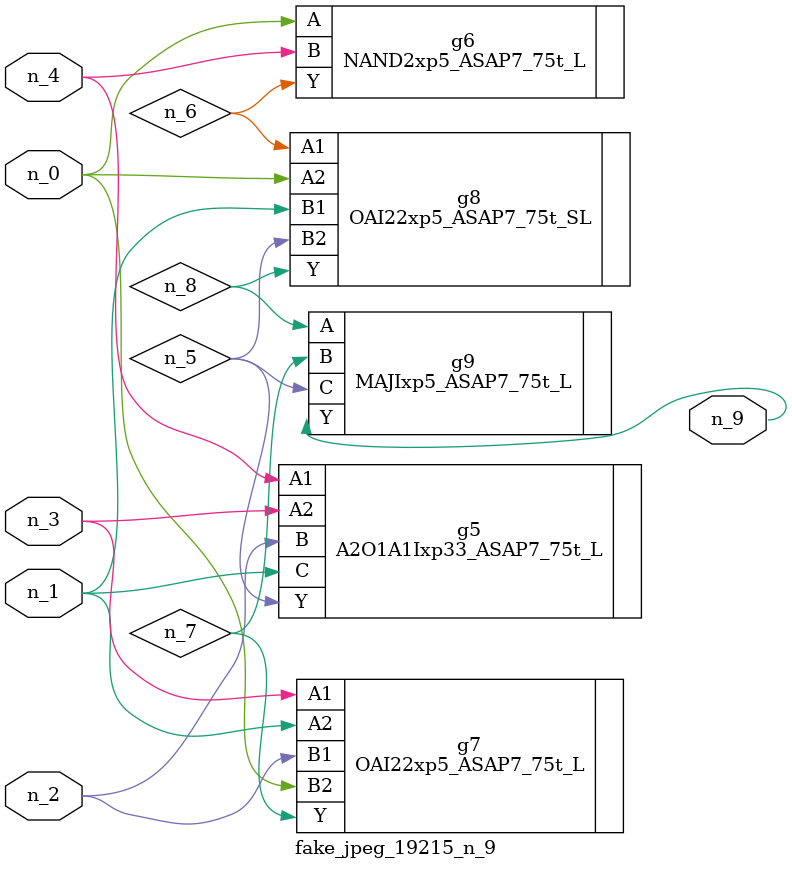
<source format=v>
module fake_jpeg_19215_n_9 (n_3, n_2, n_1, n_0, n_4, n_9);

input n_3;
input n_2;
input n_1;
input n_0;
input n_4;

output n_9;

wire n_8;
wire n_6;
wire n_5;
wire n_7;

A2O1A1Ixp33_ASAP7_75t_L g5 ( 
.A1(n_4),
.A2(n_3),
.B(n_2),
.C(n_1),
.Y(n_5)
);

NAND2xp5_ASAP7_75t_L g6 ( 
.A(n_0),
.B(n_4),
.Y(n_6)
);

OAI22xp5_ASAP7_75t_L g7 ( 
.A1(n_3),
.A2(n_1),
.B1(n_2),
.B2(n_0),
.Y(n_7)
);

OAI22xp5_ASAP7_75t_SL g8 ( 
.A1(n_6),
.A2(n_0),
.B1(n_1),
.B2(n_5),
.Y(n_8)
);

MAJIxp5_ASAP7_75t_L g9 ( 
.A(n_8),
.B(n_7),
.C(n_5),
.Y(n_9)
);


endmodule
</source>
